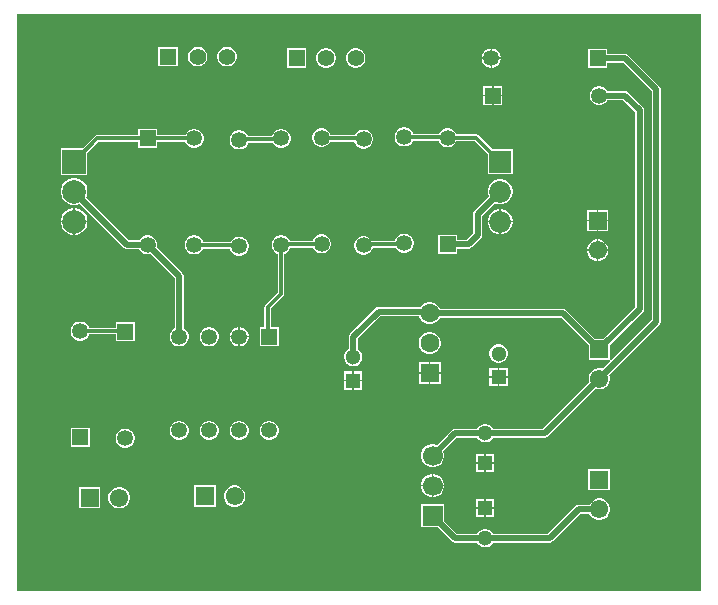
<source format=gbl>
G04*
G04 #@! TF.GenerationSoftware,Altium Limited,Altium Designer,23.6.0 (18)*
G04*
G04 Layer_Physical_Order=2*
G04 Layer_Color=16711680*
%FSLAX44Y44*%
%MOMM*%
G71*
G04*
G04 #@! TF.SameCoordinates,C98FF4F9-6FCD-44A5-A41D-EB2AB3F7E161*
G04*
G04*
G04 #@! TF.FilePolarity,Positive*
G04*
G01*
G75*
%ADD12C,0.2540*%
%ADD15R,1.5500X1.5500*%
%ADD16C,1.5500*%
%ADD17R,1.8500X1.8500*%
%ADD18C,1.8500*%
%ADD21C,1.4000*%
%ADD22R,1.4000X1.4000*%
%ADD25R,1.5500X1.5500*%
%ADD26R,1.3500X1.3500*%
%ADD27C,1.3500*%
%ADD33C,2.0000*%
%ADD34R,2.0000X2.0000*%
%ADD36C,0.5000*%
%ADD37C,0.3000*%
%ADD38R,1.3500X1.3500*%
%ADD39R,1.6000X1.6000*%
%ADD40C,1.6000*%
%ADD41C,1.3000*%
%ADD42R,1.3000X1.3000*%
%ADD43C,1.7000*%
%ADD44R,1.7000X1.7000*%
%ADD45C,4.0000*%
G36*
X579621Y0D02*
X501D01*
Y487680D01*
X708Y488181D01*
X579621D01*
Y0D01*
D02*
G37*
%LPC*%
G36*
X403047Y458870D02*
X402626D01*
Y451485D01*
X410011D01*
Y451906D01*
X409464Y453946D01*
X408409Y455774D01*
X406915Y457268D01*
X405087Y458324D01*
X403047Y458870D01*
D02*
G37*
G36*
X401356D02*
X400935D01*
X398895Y458324D01*
X397066Y457268D01*
X395573Y455774D01*
X394517Y453946D01*
X393971Y451906D01*
Y451485D01*
X401356D01*
Y458870D01*
D02*
G37*
G36*
X179390Y460390D02*
X177212D01*
X175109Y459826D01*
X173223Y458738D01*
X171683Y457198D01*
X170595Y455312D01*
X170031Y453209D01*
Y451031D01*
X170595Y448928D01*
X171683Y447042D01*
X173223Y445502D01*
X175109Y444414D01*
X177212Y443850D01*
X179390D01*
X181493Y444414D01*
X183379Y445502D01*
X184919Y447042D01*
X186007Y448928D01*
X186571Y451031D01*
Y453209D01*
X186007Y455312D01*
X184919Y457198D01*
X183379Y458738D01*
X181493Y459826D01*
X179390Y460390D01*
D02*
G37*
G36*
X154390D02*
X152212D01*
X150109Y459826D01*
X148223Y458738D01*
X146683Y457198D01*
X145595Y455312D01*
X145031Y453209D01*
Y451031D01*
X145595Y448928D01*
X146683Y447042D01*
X148223Y445502D01*
X150109Y444414D01*
X152212Y443850D01*
X154390D01*
X156493Y444414D01*
X158379Y445502D01*
X159919Y447042D01*
X161007Y448928D01*
X161571Y451031D01*
Y453209D01*
X161007Y455312D01*
X159919Y457198D01*
X158379Y458738D01*
X156493Y459826D01*
X154390Y460390D01*
D02*
G37*
G36*
X136571D02*
X120031D01*
Y443850D01*
X136571D01*
Y460390D01*
D02*
G37*
G36*
X410011Y450215D02*
X402626D01*
Y442830D01*
X403047D01*
X405087Y443377D01*
X406915Y444432D01*
X408409Y445926D01*
X409464Y447754D01*
X410011Y449794D01*
Y450215D01*
D02*
G37*
G36*
X401356D02*
X393971D01*
Y449794D01*
X394517Y447754D01*
X395573Y445926D01*
X397066Y444432D01*
X398895Y443377D01*
X400935Y442830D01*
X401356D01*
Y450215D01*
D02*
G37*
G36*
X288210Y459120D02*
X286032D01*
X283929Y458556D01*
X282043Y457468D01*
X280503Y455928D01*
X279415Y454042D01*
X278851Y451939D01*
Y449761D01*
X279415Y447658D01*
X280503Y445772D01*
X282043Y444232D01*
X283929Y443144D01*
X286032Y442580D01*
X288210D01*
X290313Y443144D01*
X292199Y444232D01*
X293739Y445772D01*
X294827Y447658D01*
X295391Y449761D01*
Y451939D01*
X294827Y454042D01*
X293739Y455928D01*
X292199Y457468D01*
X290313Y458556D01*
X288210Y459120D01*
D02*
G37*
G36*
X263210D02*
X261032D01*
X258929Y458556D01*
X257043Y457468D01*
X255503Y455928D01*
X254415Y454042D01*
X253851Y451939D01*
Y449761D01*
X254415Y447658D01*
X255503Y445772D01*
X257043Y444232D01*
X258929Y443144D01*
X261032Y442580D01*
X263210D01*
X265313Y443144D01*
X267199Y444232D01*
X268739Y445772D01*
X269827Y447658D01*
X270391Y449761D01*
Y451939D01*
X269827Y454042D01*
X268739Y455928D01*
X267199Y457468D01*
X265313Y458556D01*
X263210Y459120D01*
D02*
G37*
G36*
X245391D02*
X228851D01*
Y442580D01*
X245391D01*
Y459120D01*
D02*
G37*
G36*
X411281Y427120D02*
X403896D01*
Y419735D01*
X411281D01*
Y427120D01*
D02*
G37*
G36*
X402626D02*
X395241D01*
Y419735D01*
X402626D01*
Y427120D01*
D02*
G37*
G36*
X411281Y418465D02*
X403896D01*
Y411080D01*
X411281D01*
Y418465D01*
D02*
G37*
G36*
X402626D02*
X395241D01*
Y411080D01*
X402626D01*
Y418465D01*
D02*
G37*
G36*
X151417Y390840D02*
X149305D01*
X147265Y390294D01*
X145436Y389238D01*
X143943Y387744D01*
X142887Y385916D01*
X142815Y385644D01*
X119011D01*
Y390840D01*
X102971D01*
Y385644D01*
X68361D01*
X68361Y385644D01*
X67280Y385429D01*
X66364Y384817D01*
X66364Y384817D01*
X56037Y374490D01*
X37491D01*
Y351950D01*
X60031D01*
Y370496D01*
X69531Y379996D01*
X102971D01*
Y374800D01*
X119011D01*
Y379996D01*
X142815D01*
X142887Y379724D01*
X143943Y377896D01*
X145436Y376402D01*
X147265Y375346D01*
X149305Y374800D01*
X151417D01*
X153456Y375346D01*
X155285Y376402D01*
X156779Y377896D01*
X157834Y379724D01*
X158381Y381764D01*
Y383876D01*
X157834Y385916D01*
X156779Y387744D01*
X155285Y389238D01*
X153456Y390294D01*
X151417Y390840D01*
D02*
G37*
G36*
X225077D02*
X222965D01*
X220925Y390294D01*
X219097Y389238D01*
X217603Y387744D01*
X216548Y385916D01*
X216305Y385009D01*
X195724D01*
X194879Y386474D01*
X193385Y387968D01*
X191556Y389024D01*
X189517Y389570D01*
X187405D01*
X185365Y389024D01*
X183536Y387968D01*
X182043Y386474D01*
X180987Y384646D01*
X180441Y382606D01*
Y380494D01*
X180987Y378454D01*
X182043Y376626D01*
X183536Y375132D01*
X185365Y374076D01*
X187405Y373530D01*
X189517D01*
X191556Y374076D01*
X193385Y375132D01*
X194879Y376626D01*
X195934Y378454D01*
X196177Y379361D01*
X216757D01*
X217603Y377896D01*
X219097Y376402D01*
X220925Y375346D01*
X222965Y374800D01*
X225077D01*
X227117Y375346D01*
X228945Y376402D01*
X230439Y377896D01*
X231494Y379724D01*
X232041Y381764D01*
Y383876D01*
X231494Y385916D01*
X230439Y387744D01*
X228945Y389238D01*
X227117Y390294D01*
X225077Y390840D01*
D02*
G37*
G36*
X259367Y391560D02*
X257255D01*
X255215Y391013D01*
X253386Y389958D01*
X251893Y388464D01*
X250837Y386636D01*
X250291Y384596D01*
Y382484D01*
X250837Y380444D01*
X251893Y378616D01*
X253386Y377122D01*
X255215Y376067D01*
X257255Y375520D01*
X259367D01*
X261406Y376067D01*
X263235Y377122D01*
X264729Y378616D01*
X265574Y380081D01*
X286155D01*
X286397Y379174D01*
X287453Y377346D01*
X288946Y375852D01*
X290775Y374796D01*
X292815Y374250D01*
X294927D01*
X296966Y374796D01*
X298795Y375852D01*
X300289Y377346D01*
X301344Y379174D01*
X301891Y381214D01*
Y383326D01*
X301344Y385366D01*
X300289Y387194D01*
X298795Y388688D01*
X296966Y389743D01*
X294927Y390290D01*
X292815D01*
X290775Y389743D01*
X288946Y388688D01*
X287453Y387194D01*
X286607Y385729D01*
X266027D01*
X265784Y386636D01*
X264729Y388464D01*
X263235Y389958D01*
X261406Y391013D01*
X259367Y391560D01*
D02*
G37*
G36*
X329217Y392110D02*
X327105D01*
X325065Y391563D01*
X323237Y390508D01*
X321743Y389014D01*
X320687Y387186D01*
X320141Y385146D01*
Y383034D01*
X320687Y380994D01*
X321743Y379166D01*
X323237Y377672D01*
X325065Y376617D01*
X327105Y376070D01*
X329217D01*
X331256Y376617D01*
X333085Y377672D01*
X334579Y379166D01*
X335583Y380906D01*
X357348D01*
X357518Y380274D01*
X358573Y378446D01*
X360066Y376952D01*
X361895Y375897D01*
X363935Y375350D01*
X366047D01*
X368087Y375897D01*
X369915Y376952D01*
X371409Y378446D01*
X372464Y380274D01*
X372537Y380546D01*
X388121D01*
X398921Y369746D01*
Y352700D01*
X419961D01*
Y373740D01*
X402915D01*
X391288Y385367D01*
X390372Y385979D01*
X389291Y386194D01*
X389291Y386194D01*
X372537D01*
X372464Y386466D01*
X371409Y388294D01*
X369915Y389788D01*
X368087Y390844D01*
X366047Y391390D01*
X363935D01*
X361895Y390844D01*
X360066Y389788D01*
X358573Y388294D01*
X357569Y386554D01*
X335804D01*
X335634Y387186D01*
X334579Y389014D01*
X333085Y390508D01*
X331256Y391563D01*
X329217Y392110D01*
D02*
G37*
G36*
X410826Y348340D02*
X408056D01*
X405380Y347623D01*
X402981Y346238D01*
X401023Y344279D01*
X399638Y341881D01*
X398921Y339205D01*
Y336435D01*
X399638Y333759D01*
X399750Y333565D01*
X387673Y321488D01*
X386840Y320241D01*
X386547Y318770D01*
X386547Y318770D01*
Y302582D01*
X381179Y297214D01*
X373011D01*
Y301390D01*
X356971D01*
Y285350D01*
X373011D01*
Y289526D01*
X382771D01*
X382771Y289526D01*
X384242Y289819D01*
X385489Y290652D01*
X393109Y298272D01*
X393942Y299519D01*
X394235Y300990D01*
X394235Y300990D01*
Y317178D01*
X405186Y328129D01*
X405380Y328017D01*
X408056Y327300D01*
X410826D01*
X413502Y328017D01*
X415900Y329402D01*
X417859Y331361D01*
X419244Y333759D01*
X419961Y336435D01*
Y339205D01*
X419244Y341881D01*
X417859Y344279D01*
X415900Y346238D01*
X413502Y347623D01*
X410826Y348340D01*
D02*
G37*
G36*
X501011Y322310D02*
X492626D01*
Y313925D01*
X501011D01*
Y322310D01*
D02*
G37*
G36*
X491356D02*
X482971D01*
Y313925D01*
X491356D01*
Y322310D01*
D02*
G37*
G36*
X410826Y322940D02*
X410076D01*
Y313055D01*
X419961D01*
Y313805D01*
X419244Y316481D01*
X417859Y318879D01*
X415900Y320838D01*
X413502Y322223D01*
X410826Y322940D01*
D02*
G37*
G36*
X408806D02*
X408056D01*
X405380Y322223D01*
X402981Y320838D01*
X401023Y318879D01*
X399638Y316481D01*
X398921Y313805D01*
Y313055D01*
X408806D01*
Y322940D01*
D02*
G37*
G36*
X50245Y323690D02*
X49396D01*
Y313055D01*
X60031D01*
Y313904D01*
X59263Y316770D01*
X57779Y319340D01*
X55681Y321438D01*
X53111Y322922D01*
X50245Y323690D01*
D02*
G37*
G36*
X48126D02*
X47277D01*
X44411Y322922D01*
X41841Y321438D01*
X39743Y319340D01*
X38259Y316770D01*
X37491Y313904D01*
Y313055D01*
X48126D01*
Y323690D01*
D02*
G37*
G36*
X501011Y312655D02*
X492626D01*
Y304270D01*
X501011D01*
Y312655D01*
D02*
G37*
G36*
X491356D02*
X482971D01*
Y304270D01*
X491356D01*
Y312655D01*
D02*
G37*
G36*
X419961Y311785D02*
X410076D01*
Y301900D01*
X410826D01*
X413502Y302617D01*
X415900Y304002D01*
X417859Y305961D01*
X419244Y308359D01*
X419961Y311035D01*
Y311785D01*
D02*
G37*
G36*
X408806D02*
X398921D01*
Y311035D01*
X399638Y308359D01*
X401023Y305961D01*
X402981Y304002D01*
X405380Y302617D01*
X408056Y301900D01*
X408806D01*
Y311785D01*
D02*
G37*
G36*
X60031D02*
X49396D01*
Y301150D01*
X50245D01*
X53111Y301918D01*
X55681Y303402D01*
X57779Y305500D01*
X59263Y308070D01*
X60031Y310936D01*
Y311785D01*
D02*
G37*
G36*
X48126D02*
X37491D01*
Y310936D01*
X38259Y308070D01*
X39743Y305500D01*
X41841Y303402D01*
X44411Y301918D01*
X47277Y301150D01*
X48126D01*
Y311785D01*
D02*
G37*
G36*
X329217Y302110D02*
X327105D01*
X325065Y301563D01*
X323237Y300508D01*
X321743Y299014D01*
X320687Y297186D01*
X320371Y296004D01*
X300976D01*
X300289Y297194D01*
X298795Y298688D01*
X296966Y299743D01*
X294927Y300290D01*
X292815D01*
X290775Y299743D01*
X288946Y298688D01*
X287453Y297194D01*
X286397Y295366D01*
X285851Y293326D01*
Y291214D01*
X286397Y289174D01*
X287453Y287346D01*
X288946Y285852D01*
X290775Y284797D01*
X292815Y284250D01*
X294927D01*
X296966Y284797D01*
X298795Y285852D01*
X300289Y287346D01*
X301344Y289174D01*
X301661Y290356D01*
X321056D01*
X321743Y289166D01*
X323237Y287672D01*
X325065Y286616D01*
X327105Y286070D01*
X329217D01*
X331256Y286616D01*
X333085Y287672D01*
X334579Y289166D01*
X335634Y290994D01*
X336181Y293034D01*
Y295146D01*
X335634Y297186D01*
X334579Y299014D01*
X333085Y300508D01*
X331256Y301563D01*
X329217Y302110D01*
D02*
G37*
G36*
X259367Y301560D02*
X257255D01*
X255215Y301013D01*
X253386Y299958D01*
X251893Y298464D01*
X250837Y296636D01*
X250668Y296004D01*
X231443D01*
X230439Y297744D01*
X228945Y299238D01*
X227117Y300294D01*
X225077Y300840D01*
X222965D01*
X220925Y300294D01*
X219097Y299238D01*
X217603Y297744D01*
X216548Y295916D01*
X216001Y293876D01*
Y291764D01*
X216548Y289724D01*
X217603Y287896D01*
X219097Y286402D01*
X220925Y285347D01*
X221197Y285274D01*
Y252630D01*
X210594Y242027D01*
X209982Y241111D01*
X209767Y240030D01*
X209767Y240030D01*
Y222980D01*
X205841D01*
Y206940D01*
X221881D01*
Y222980D01*
X215415D01*
Y238860D01*
X226018Y249463D01*
X226630Y250379D01*
X226845Y251460D01*
Y285274D01*
X227117Y285347D01*
X228945Y286402D01*
X230439Y287896D01*
X231494Y289724D01*
X231664Y290356D01*
X250889D01*
X251893Y288616D01*
X253386Y287122D01*
X255215Y286066D01*
X257255Y285520D01*
X259367D01*
X261406Y286066D01*
X263235Y287122D01*
X264729Y288616D01*
X265784Y290444D01*
X266331Y292484D01*
Y294596D01*
X265784Y296636D01*
X264729Y298464D01*
X263235Y299958D01*
X261406Y301013D01*
X259367Y301560D01*
D02*
G37*
G36*
X493178Y297310D02*
X492626D01*
Y288925D01*
X501011D01*
Y289478D01*
X500396Y291772D01*
X499209Y293828D01*
X497529Y295508D01*
X495472Y296695D01*
X493178Y297310D01*
D02*
G37*
G36*
X491356D02*
X490803D01*
X488509Y296695D01*
X486452Y295508D01*
X484773Y293828D01*
X483586Y291772D01*
X482971Y289478D01*
Y288925D01*
X491356D01*
Y297310D01*
D02*
G37*
G36*
X151417Y300840D02*
X149305D01*
X147265Y300294D01*
X145436Y299238D01*
X143943Y297744D01*
X142887Y295916D01*
X142341Y293876D01*
Y291764D01*
X142887Y289724D01*
X143943Y287896D01*
X145436Y286402D01*
X147265Y285347D01*
X149305Y284800D01*
X151417D01*
X153456Y285347D01*
X155285Y286402D01*
X156779Y287896D01*
X157624Y289361D01*
X180745D01*
X180987Y288454D01*
X182043Y286626D01*
X183536Y285132D01*
X185365Y284076D01*
X187405Y283530D01*
X189517D01*
X191556Y284076D01*
X193385Y285132D01*
X194879Y286626D01*
X195934Y288454D01*
X196481Y290494D01*
Y292606D01*
X195934Y294646D01*
X194879Y296474D01*
X193385Y297968D01*
X191556Y299023D01*
X189517Y299570D01*
X187405D01*
X185365Y299023D01*
X183536Y297968D01*
X182043Y296474D01*
X181197Y295009D01*
X158077D01*
X157834Y295916D01*
X156779Y297744D01*
X155285Y299238D01*
X153456Y300294D01*
X151417Y300840D01*
D02*
G37*
G36*
X501011Y287655D02*
X492626D01*
Y279270D01*
X493178D01*
X495472Y279885D01*
X497529Y281072D01*
X499209Y282752D01*
X500396Y284808D01*
X501011Y287103D01*
Y287655D01*
D02*
G37*
G36*
X491356D02*
X482971D01*
Y287103D01*
X483586Y284808D01*
X484773Y282752D01*
X486452Y281072D01*
X488509Y279885D01*
X490803Y279270D01*
X491356D01*
Y287655D01*
D02*
G37*
G36*
X189517Y222980D02*
X189096D01*
Y215595D01*
X196481D01*
Y216016D01*
X195934Y218056D01*
X194879Y219884D01*
X193385Y221378D01*
X191556Y222433D01*
X189517Y222980D01*
D02*
G37*
G36*
X187826D02*
X187405D01*
X185365Y222433D01*
X183536Y221378D01*
X182043Y219884D01*
X180987Y218056D01*
X180441Y216016D01*
Y215595D01*
X187826D01*
Y222980D01*
D02*
G37*
G36*
X54897Y227730D02*
X52785D01*
X50745Y227183D01*
X48917Y226128D01*
X47423Y224634D01*
X46368Y222806D01*
X45821Y220766D01*
Y218654D01*
X46368Y216614D01*
X47423Y214786D01*
X48917Y213292D01*
X50745Y212236D01*
X52785Y211690D01*
X54897D01*
X56936Y212236D01*
X58765Y213292D01*
X60259Y214786D01*
X61314Y216614D01*
X61387Y216886D01*
X83921D01*
Y210970D01*
X99961D01*
Y227010D01*
X83921D01*
Y222534D01*
X61387D01*
X61314Y222806D01*
X60259Y224634D01*
X58765Y226128D01*
X56936Y227183D01*
X54897Y227730D01*
D02*
G37*
G36*
X196481Y214325D02*
X189096D01*
Y206940D01*
X189517D01*
X191556Y207486D01*
X193385Y208542D01*
X194879Y210036D01*
X195934Y211864D01*
X196481Y213904D01*
Y214325D01*
D02*
G37*
G36*
X187826D02*
X180441D01*
Y213904D01*
X180987Y211864D01*
X182043Y210036D01*
X183536Y208542D01*
X185365Y207486D01*
X187405Y206940D01*
X187826D01*
Y214325D01*
D02*
G37*
G36*
X164117Y222980D02*
X162005D01*
X159965Y222433D01*
X158137Y221378D01*
X156643Y219884D01*
X155588Y218056D01*
X155041Y216016D01*
Y213904D01*
X155588Y211864D01*
X156643Y210036D01*
X158137Y208542D01*
X159965Y207486D01*
X162005Y206940D01*
X164117D01*
X166157Y207486D01*
X167985Y208542D01*
X169479Y210036D01*
X170534Y211864D01*
X171081Y213904D01*
Y216016D01*
X170534Y218056D01*
X169479Y219884D01*
X167985Y221378D01*
X166157Y222433D01*
X164117Y222980D01*
D02*
G37*
G36*
X50245Y349090D02*
X47277D01*
X44411Y348322D01*
X41841Y346838D01*
X39743Y344740D01*
X38259Y342170D01*
X37491Y339304D01*
Y336336D01*
X38259Y333470D01*
X39743Y330900D01*
X41841Y328802D01*
X44411Y327318D01*
X47277Y326550D01*
X50245D01*
X53111Y327318D01*
X53565Y327580D01*
X91043Y290102D01*
X92290Y289269D01*
X93761Y288976D01*
X103949D01*
X104573Y287896D01*
X106067Y286402D01*
X107895Y285347D01*
X109935Y284800D01*
X112047D01*
X113252Y285123D01*
X133817Y264558D01*
Y222001D01*
X132737Y221378D01*
X131243Y219884D01*
X130188Y218056D01*
X129641Y216016D01*
Y213904D01*
X130188Y211864D01*
X131243Y210036D01*
X132737Y208542D01*
X134565Y207486D01*
X136605Y206940D01*
X138717D01*
X140757Y207486D01*
X142585Y208542D01*
X144079Y210036D01*
X145134Y211864D01*
X145681Y213904D01*
Y216016D01*
X145134Y218056D01*
X144079Y219884D01*
X142585Y221378D01*
X141505Y222001D01*
Y266150D01*
X141212Y267621D01*
X140379Y268868D01*
X140379Y268868D01*
X118688Y290559D01*
X119011Y291764D01*
Y293876D01*
X118464Y295916D01*
X117409Y297744D01*
X115915Y299238D01*
X114087Y300294D01*
X112047Y300840D01*
X109935D01*
X107895Y300294D01*
X106067Y299238D01*
X104573Y297744D01*
X103949Y296664D01*
X95353D01*
X59001Y333016D01*
X59263Y333470D01*
X60031Y336336D01*
Y339304D01*
X59263Y342170D01*
X57779Y344740D01*
X55681Y346838D01*
X53111Y348322D01*
X50245Y349090D01*
D02*
G37*
G36*
X350971Y218820D02*
X348531D01*
X346173Y218188D01*
X344059Y216968D01*
X342333Y215242D01*
X341113Y213128D01*
X340481Y210770D01*
Y208330D01*
X341113Y205972D01*
X342333Y203858D01*
X344059Y202132D01*
X346173Y200912D01*
X348531Y200280D01*
X350971D01*
X353329Y200912D01*
X355443Y202132D01*
X357169Y203858D01*
X358389Y205972D01*
X359021Y208330D01*
Y210770D01*
X358389Y213128D01*
X357169Y215242D01*
X355443Y216968D01*
X353329Y218188D01*
X350971Y218820D01*
D02*
G37*
G36*
X500011Y458870D02*
X483971D01*
Y442830D01*
X500011D01*
Y447006D01*
X513809D01*
X537677Y423138D01*
Y228952D01*
X503541Y194816D01*
X502451Y195522D01*
X502451Y196407D01*
Y207854D01*
X530269Y235672D01*
X531102Y236919D01*
X531395Y238390D01*
X531395Y238390D01*
Y406950D01*
X531102Y408421D01*
X530269Y409668D01*
X530269Y409668D01*
X518119Y421818D01*
X516872Y422651D01*
X515401Y422944D01*
X515401Y422944D01*
X500302D01*
X499679Y424024D01*
X498185Y425518D01*
X496357Y426573D01*
X494317Y427120D01*
X492205D01*
X490165Y426573D01*
X488336Y425518D01*
X486843Y424024D01*
X485788Y422196D01*
X485241Y420156D01*
Y418044D01*
X485788Y416004D01*
X486843Y414176D01*
X488336Y412682D01*
X490165Y411627D01*
X492205Y411080D01*
X494317D01*
X496357Y411627D01*
X498185Y412682D01*
X499679Y414176D01*
X500302Y415256D01*
X513809D01*
X523707Y405358D01*
Y239982D01*
X497015Y213290D01*
X489847D01*
X465469Y237668D01*
X464222Y238501D01*
X462751Y238794D01*
X462751Y238794D01*
X358236D01*
X357169Y240642D01*
X355443Y242368D01*
X353329Y243588D01*
X350971Y244220D01*
X348531D01*
X346173Y243588D01*
X344059Y242368D01*
X342333Y240642D01*
X341999Y240064D01*
X306571D01*
X306571Y240064D01*
X305100Y239771D01*
X303853Y238938D01*
X303853Y238938D01*
X282263Y217348D01*
X281430Y216101D01*
X281137Y214630D01*
X281137Y214630D01*
Y204553D01*
X280210Y204018D01*
X278763Y202571D01*
X277740Y200799D01*
X277211Y198823D01*
Y196777D01*
X277740Y194801D01*
X278763Y193029D01*
X280210Y191582D01*
X281982Y190560D01*
X283958Y190030D01*
X286004D01*
X287980Y190560D01*
X289752Y191582D01*
X291199Y193029D01*
X292221Y194801D01*
X292751Y196777D01*
Y198823D01*
X292221Y200799D01*
X291199Y202571D01*
X289752Y204018D01*
X288825Y204553D01*
Y213038D01*
X308163Y232376D01*
X340844D01*
X341113Y231372D01*
X342333Y229258D01*
X344059Y227532D01*
X346173Y226312D01*
X348531Y225680D01*
X350971D01*
X353329Y226312D01*
X355443Y227532D01*
X357169Y229258D01*
X358236Y231106D01*
X461159D01*
X484411Y207854D01*
Y195250D01*
X501213D01*
X502179Y195250D01*
X502884Y194160D01*
X496508Y187784D01*
X494618Y188290D01*
X492243D01*
X489949Y187675D01*
X487892Y186488D01*
X486213Y184808D01*
X485026Y182752D01*
X484411Y180457D01*
Y178083D01*
X484917Y176192D01*
X445919Y137194D01*
X403494D01*
X402958Y138121D01*
X401512Y139567D01*
X399740Y140590D01*
X397764Y141120D01*
X395718D01*
X393742Y140590D01*
X391970Y139567D01*
X390523Y138121D01*
X389988Y137194D01*
X371341D01*
X369870Y136901D01*
X368623Y136068D01*
X368623Y136068D01*
X355981Y123426D01*
X353577Y124070D01*
X351005D01*
X348520Y123404D01*
X346292Y122118D01*
X344473Y120299D01*
X343187Y118071D01*
X342521Y115586D01*
Y113014D01*
X343187Y110529D01*
X344473Y108301D01*
X346292Y106482D01*
X348520Y105196D01*
X351005Y104530D01*
X353577D01*
X356062Y105196D01*
X358290Y106482D01*
X360109Y108301D01*
X361395Y110529D01*
X362061Y113014D01*
Y115586D01*
X361417Y117990D01*
X372933Y129506D01*
X389988D01*
X390523Y128579D01*
X391970Y127133D01*
X393742Y126110D01*
X395718Y125580D01*
X397764D01*
X399740Y126110D01*
X401512Y127133D01*
X402958Y128579D01*
X403494Y129506D01*
X447511D01*
X447511Y129506D01*
X448982Y129799D01*
X450229Y130632D01*
X490353Y170756D01*
X492243Y170250D01*
X494618D01*
X496912Y170865D01*
X498969Y172052D01*
X500649Y173732D01*
X501836Y175788D01*
X502451Y178083D01*
Y180457D01*
X501945Y182348D01*
X544239Y224642D01*
X544239Y224642D01*
X545072Y225889D01*
X545365Y227360D01*
Y424730D01*
X545365Y424730D01*
X545072Y426201D01*
X544239Y427448D01*
X544239Y427448D01*
X518119Y453568D01*
X516872Y454401D01*
X515401Y454694D01*
X515401Y454694D01*
X500011D01*
Y458870D01*
D02*
G37*
G36*
X409194Y208430D02*
X407148D01*
X405172Y207901D01*
X403400Y206877D01*
X401953Y205431D01*
X400930Y203659D01*
X400401Y201683D01*
Y199637D01*
X400930Y197661D01*
X401953Y195889D01*
X403400Y194443D01*
X405172Y193419D01*
X407148Y192890D01*
X409194D01*
X411170Y193419D01*
X412942Y194443D01*
X414389Y195889D01*
X415411Y197661D01*
X415941Y199637D01*
Y201683D01*
X415411Y203659D01*
X414389Y205431D01*
X412942Y206877D01*
X411170Y207901D01*
X409194Y208430D01*
D02*
G37*
G36*
X359021Y193420D02*
X350386D01*
Y184785D01*
X359021D01*
Y193420D01*
D02*
G37*
G36*
X349116D02*
X340481D01*
Y184785D01*
X349116D01*
Y193420D01*
D02*
G37*
G36*
X415941Y188430D02*
X408806D01*
Y181295D01*
X415941D01*
Y188430D01*
D02*
G37*
G36*
X407536D02*
X400401D01*
Y181295D01*
X407536D01*
Y188430D01*
D02*
G37*
G36*
X292751Y185570D02*
X285616D01*
Y178435D01*
X292751D01*
Y185570D01*
D02*
G37*
G36*
X284346D02*
X277211D01*
Y178435D01*
X284346D01*
Y185570D01*
D02*
G37*
G36*
X359021Y183515D02*
X350386D01*
Y174880D01*
X359021D01*
Y183515D01*
D02*
G37*
G36*
X349116D02*
X340481D01*
Y174880D01*
X349116D01*
Y183515D01*
D02*
G37*
G36*
X415941Y180025D02*
X408806D01*
Y172890D01*
X415941D01*
Y180025D01*
D02*
G37*
G36*
X407536D02*
X400401D01*
Y172890D01*
X407536D01*
Y180025D01*
D02*
G37*
G36*
X292751Y177165D02*
X285616D01*
Y170030D01*
X292751D01*
Y177165D01*
D02*
G37*
G36*
X284346D02*
X277211D01*
Y170030D01*
X284346D01*
Y177165D01*
D02*
G37*
G36*
X214917Y143580D02*
X212805D01*
X210765Y143034D01*
X208937Y141978D01*
X207443Y140484D01*
X206388Y138656D01*
X205841Y136616D01*
Y134504D01*
X206388Y132464D01*
X207443Y130636D01*
X208937Y129142D01*
X210765Y128087D01*
X212805Y127540D01*
X214917D01*
X216957Y128087D01*
X218785Y129142D01*
X220279Y130636D01*
X221334Y132464D01*
X221881Y134504D01*
Y136616D01*
X221334Y138656D01*
X220279Y140484D01*
X218785Y141978D01*
X216957Y143034D01*
X214917Y143580D01*
D02*
G37*
G36*
X189517D02*
X187405D01*
X185365Y143034D01*
X183536Y141978D01*
X182043Y140484D01*
X180987Y138656D01*
X180441Y136616D01*
Y134504D01*
X180987Y132464D01*
X182043Y130636D01*
X183536Y129142D01*
X185365Y128087D01*
X187405Y127540D01*
X189517D01*
X191556Y128087D01*
X193385Y129142D01*
X194879Y130636D01*
X195934Y132464D01*
X196481Y134504D01*
Y136616D01*
X195934Y138656D01*
X194879Y140484D01*
X193385Y141978D01*
X191556Y143034D01*
X189517Y143580D01*
D02*
G37*
G36*
X164117D02*
X162005D01*
X159965Y143034D01*
X158137Y141978D01*
X156643Y140484D01*
X155588Y138656D01*
X155041Y136616D01*
Y134504D01*
X155588Y132464D01*
X156643Y130636D01*
X158137Y129142D01*
X159965Y128087D01*
X162005Y127540D01*
X164117D01*
X166157Y128087D01*
X167985Y129142D01*
X169479Y130636D01*
X170534Y132464D01*
X171081Y134504D01*
Y136616D01*
X170534Y138656D01*
X169479Y140484D01*
X167985Y141978D01*
X166157Y143034D01*
X164117Y143580D01*
D02*
G37*
G36*
X138717D02*
X136605D01*
X134565Y143034D01*
X132737Y141978D01*
X131243Y140484D01*
X130188Y138656D01*
X129641Y136616D01*
Y134504D01*
X130188Y132464D01*
X131243Y130636D01*
X132737Y129142D01*
X134565Y128087D01*
X136605Y127540D01*
X138717D01*
X140757Y128087D01*
X142585Y129142D01*
X144079Y130636D01*
X145134Y132464D01*
X145681Y134504D01*
Y136616D01*
X145134Y138656D01*
X144079Y140484D01*
X142585Y141978D01*
X140757Y143034D01*
X138717Y143580D01*
D02*
G37*
G36*
X61861Y137730D02*
X45821D01*
Y121690D01*
X61861D01*
Y137730D01*
D02*
G37*
G36*
X92997Y137010D02*
X90885D01*
X88845Y136463D01*
X87016Y135408D01*
X85523Y133914D01*
X84467Y132086D01*
X83921Y130046D01*
Y127934D01*
X84467Y125894D01*
X85523Y124066D01*
X87016Y122572D01*
X88845Y121517D01*
X90885Y120970D01*
X92997D01*
X95036Y121517D01*
X96865Y122572D01*
X98359Y124066D01*
X99414Y125894D01*
X99961Y127934D01*
Y130046D01*
X99414Y132086D01*
X98359Y133914D01*
X96865Y135408D01*
X95036Y136463D01*
X92997Y137010D01*
D02*
G37*
G36*
X404511Y115720D02*
X397376D01*
Y108585D01*
X404511D01*
Y115720D01*
D02*
G37*
G36*
X396106D02*
X388971D01*
Y108585D01*
X396106D01*
Y115720D01*
D02*
G37*
G36*
X404511Y107315D02*
X397376D01*
Y100180D01*
X404511D01*
Y107315D01*
D02*
G37*
G36*
X396106D02*
X388971D01*
Y100180D01*
X396106D01*
Y107315D01*
D02*
G37*
G36*
X353577Y98670D02*
X352926D01*
Y89535D01*
X362061D01*
Y90186D01*
X361395Y92671D01*
X360109Y94899D01*
X358290Y96718D01*
X356062Y98004D01*
X353577Y98670D01*
D02*
G37*
G36*
X351656D02*
X351005D01*
X348520Y98004D01*
X346292Y96718D01*
X344473Y94899D01*
X343187Y92671D01*
X342521Y90186D01*
Y89535D01*
X351656D01*
Y98670D01*
D02*
G37*
G36*
X502281Y103000D02*
X484241D01*
Y84960D01*
X502281D01*
Y103000D01*
D02*
G37*
G36*
X362061Y88265D02*
X352926D01*
Y79130D01*
X353577D01*
X356062Y79796D01*
X358290Y81082D01*
X360109Y82901D01*
X361395Y85129D01*
X362061Y87614D01*
Y88265D01*
D02*
G37*
G36*
X351656D02*
X342521D01*
Y87614D01*
X343187Y85129D01*
X344473Y82901D01*
X346292Y81082D01*
X348520Y79796D01*
X351005Y79130D01*
X351656D01*
Y88265D01*
D02*
G37*
G36*
X494448Y78000D02*
X492073D01*
X489779Y77385D01*
X487723Y76198D01*
X486043Y74518D01*
X485065Y72824D01*
X475881D01*
X475881Y72824D01*
X474410Y72531D01*
X473163Y71698D01*
X449759Y48294D01*
X403494D01*
X402958Y49221D01*
X401512Y50668D01*
X399740Y51691D01*
X397764Y52220D01*
X395718D01*
X393742Y51691D01*
X391970Y50668D01*
X390523Y49221D01*
X389988Y48294D01*
X372933D01*
X362061Y59166D01*
Y73270D01*
X342521D01*
Y53730D01*
X356625D01*
X368623Y41732D01*
X368623Y41732D01*
X369870Y40899D01*
X371341Y40606D01*
X389988D01*
X390523Y39679D01*
X391970Y38233D01*
X393742Y37209D01*
X395718Y36680D01*
X397764D01*
X399740Y37209D01*
X401512Y38233D01*
X402958Y39679D01*
X403494Y40606D01*
X451351D01*
X451351Y40606D01*
X452822Y40899D01*
X454069Y41732D01*
X477473Y65136D01*
X485065D01*
X486043Y63442D01*
X487723Y61762D01*
X489779Y60575D01*
X492073Y59960D01*
X494448D01*
X496743Y60575D01*
X498799Y61762D01*
X500479Y63442D01*
X501666Y65498D01*
X502281Y67793D01*
Y70167D01*
X501666Y72462D01*
X500479Y74518D01*
X498799Y76198D01*
X496743Y77385D01*
X494448Y78000D01*
D02*
G37*
G36*
X185838Y89030D02*
X183463D01*
X181169Y88415D01*
X179112Y87228D01*
X177433Y85548D01*
X176246Y83492D01*
X175631Y81198D01*
Y78822D01*
X176246Y76528D01*
X177433Y74472D01*
X179112Y72792D01*
X181169Y71605D01*
X183463Y70990D01*
X185838D01*
X188132Y71605D01*
X190189Y72792D01*
X191869Y74472D01*
X193056Y76528D01*
X193671Y78822D01*
Y81198D01*
X193056Y83492D01*
X191869Y85548D01*
X190189Y87228D01*
X188132Y88415D01*
X185838Y89030D01*
D02*
G37*
G36*
X168671D02*
X150631D01*
Y70990D01*
X168671D01*
Y89030D01*
D02*
G37*
G36*
X404511Y77620D02*
X397376D01*
Y70485D01*
X404511D01*
Y77620D01*
D02*
G37*
G36*
X396106D02*
X388971D01*
Y70485D01*
X396106D01*
Y77620D01*
D02*
G37*
G36*
X88048Y87760D02*
X85673D01*
X83379Y87145D01*
X81322Y85958D01*
X79643Y84278D01*
X78456Y82222D01*
X77841Y79928D01*
Y77552D01*
X78456Y75258D01*
X79643Y73202D01*
X81322Y71522D01*
X83379Y70335D01*
X85673Y69720D01*
X88048D01*
X90343Y70335D01*
X92399Y71522D01*
X94079Y73202D01*
X95266Y75258D01*
X95881Y77552D01*
Y79928D01*
X95266Y82222D01*
X94079Y84278D01*
X92399Y85958D01*
X90343Y87145D01*
X88048Y87760D01*
D02*
G37*
G36*
X70881D02*
X52841D01*
Y69720D01*
X70881D01*
Y87760D01*
D02*
G37*
G36*
X404511Y69215D02*
X397376D01*
Y62080D01*
X404511D01*
Y69215D01*
D02*
G37*
G36*
X396106D02*
X388971D01*
Y62080D01*
X396106D01*
Y69215D01*
D02*
G37*
%LPD*%
D12*
X491121Y312420D02*
X491991Y313290D01*
X185836Y292185D02*
X188461Y289560D01*
X150361Y292820D02*
X150996Y292185D01*
X188461Y289560D02*
Y291550D01*
Y381550D02*
X189096Y382185D01*
X220126D02*
X220761Y382820D01*
X224021D01*
X328161Y384090D02*
X328521Y383730D01*
X364631D02*
X364991Y383370D01*
X293871Y292270D02*
X294781Y293180D01*
X327251D02*
X328161Y294090D01*
X258311Y383540D02*
X258946Y382905D01*
X293236D02*
X293871Y382270D01*
X257951Y293180D02*
X258311Y293540D01*
X224021Y292820D02*
X224381Y293180D01*
D15*
X491991Y313290D02*
D03*
X493431Y204270D02*
D03*
X493261Y93980D02*
D03*
D16*
X491991Y288290D02*
D03*
X493431Y179270D02*
D03*
X184651Y80010D02*
D03*
X86861Y78740D02*
D03*
X493261Y68980D02*
D03*
D17*
X409441Y363220D02*
D03*
D18*
Y337820D02*
D03*
Y312420D02*
D03*
D21*
X287121Y450850D02*
D03*
X262121D02*
D03*
X178301Y452120D02*
D03*
X153301D02*
D03*
D22*
X237121Y450850D02*
D03*
X128301Y452120D02*
D03*
D25*
X159651Y80010D02*
D03*
X61861Y78740D02*
D03*
D26*
X213861Y214960D02*
D03*
X53841Y129710D02*
D03*
X364991Y293370D02*
D03*
X91941Y218990D02*
D03*
X110991Y382820D02*
D03*
D27*
X493261Y419100D02*
D03*
X401991Y450850D02*
D03*
X188461Y214960D02*
D03*
X163061D02*
D03*
X137661D02*
D03*
Y135560D02*
D03*
X163061D02*
D03*
X188461D02*
D03*
X213861D02*
D03*
X53841Y219710D02*
D03*
X364991Y383370D02*
D03*
X328161Y384090D02*
D03*
Y294090D02*
D03*
X293871Y292270D02*
D03*
Y382270D02*
D03*
X258311Y383540D02*
D03*
Y293540D02*
D03*
X224021Y292820D02*
D03*
Y382820D02*
D03*
X91941Y128990D02*
D03*
X188461Y381550D02*
D03*
Y291550D02*
D03*
X150361Y292820D02*
D03*
Y382820D02*
D03*
X110991Y292820D02*
D03*
D33*
X48761Y312420D02*
D03*
Y337820D02*
D03*
D34*
Y363220D02*
D03*
D36*
X493261Y419100D02*
X515401D01*
X527551Y406950D01*
X491991Y450850D02*
X515401D01*
X541521Y424730D01*
X390391Y318770D02*
X409441Y337820D01*
X390391Y300990D02*
Y318770D01*
X364991Y293370D02*
X382771D01*
X390391Y300990D01*
X137661Y214960D02*
Y266150D01*
X110991Y292820D02*
X137661Y266150D01*
X48761Y337820D02*
X93761Y292820D01*
X110991D01*
X493431Y179270D02*
X541521Y227360D01*
Y424730D01*
X527551Y238390D02*
Y406950D01*
X493431Y204270D02*
X527551Y238390D01*
X396741Y133350D02*
X447511D01*
X493431Y179270D01*
X462751Y234950D02*
X493431Y204270D01*
X349751Y234950D02*
X462751D01*
X306571Y236220D02*
X348481D01*
X284981Y214630D02*
X306571Y236220D01*
X284981Y197800D02*
Y214630D01*
X371341Y133350D02*
X396741D01*
X352291Y114300D02*
X371341Y133350D01*
X352291Y63500D02*
X371341Y44450D01*
X396741D01*
X475881Y68980D02*
X493261D01*
X451351Y44450D02*
X475881Y68980D01*
X396741Y44450D02*
X451351D01*
D37*
X91221Y219710D02*
X91941Y218990D01*
X53841Y219710D02*
X91221D01*
X348481Y236220D02*
X349751Y234950D01*
X212591Y216230D02*
X213861Y214960D01*
X212591Y216230D02*
Y240030D01*
X224021Y251460D02*
Y292820D01*
X212591Y240030D02*
X224021Y251460D01*
X213861Y214960D02*
X215131Y216230D01*
X68361Y382820D02*
X110991D01*
X48761Y363220D02*
X68361Y382820D01*
X48761Y335280D02*
Y337820D01*
X364991Y293370D02*
X366261Y294640D01*
X364991Y383370D02*
X389291D01*
X409441Y363220D01*
X110991Y382820D02*
X150361D01*
X150996Y292185D02*
X185836D01*
X189096Y382185D02*
X220126D01*
X328521Y383730D02*
X364631D01*
X294781Y293180D02*
X327251D01*
X258946Y382905D02*
X293236D01*
X224381Y293180D02*
X257951D01*
D38*
X403261Y419100D02*
D03*
X491991Y450850D02*
D03*
D39*
X349751Y184150D02*
D03*
D40*
Y209550D02*
D03*
Y234950D02*
D03*
D41*
X396741Y44450D02*
D03*
Y133350D02*
D03*
X284981Y197800D02*
D03*
X408171Y200660D02*
D03*
D42*
X396741Y69850D02*
D03*
Y107950D02*
D03*
X284981Y177800D02*
D03*
X408171Y180660D02*
D03*
D43*
X352291Y114300D02*
D03*
Y88900D02*
D03*
D44*
Y63500D02*
D03*
D45*
X23361Y24130D02*
D03*
X554221D02*
D03*
X551681Y455930D02*
D03*
X28441D02*
D03*
M02*

</source>
